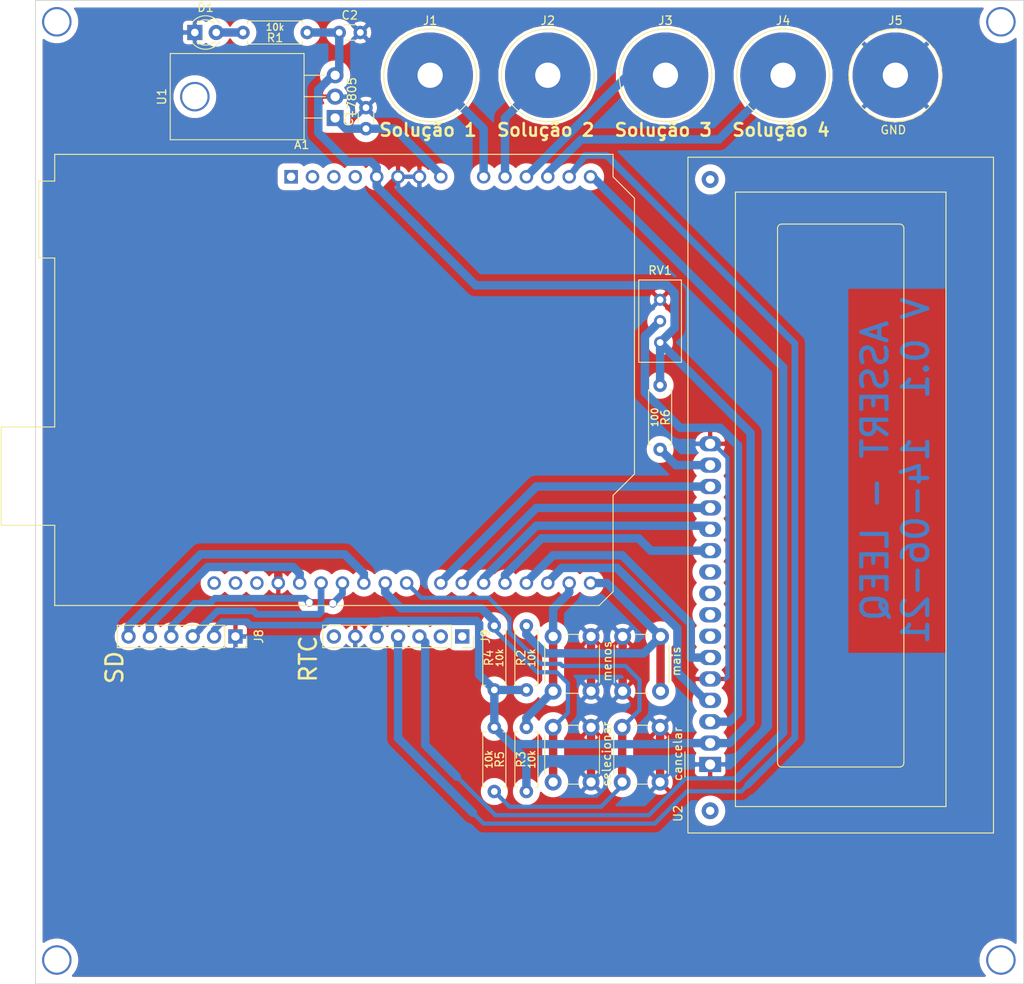
<source format=kicad_pcb>
(kicad_pcb (version 20171130) (host pcbnew "(5.1.9)-1")
  (title_block (title Assert) (date 2021-06-14) (company "PI Automacao"))
  (layers (0 F.Cu signal) (31 B.Cu signal) (34 B.Paste user) (35 F.Paste user) (36 B.SilkS user) (37 F.SilkS user) (38 B.Mask user) (39 F.Mask user) (44 Edge.Cuts user))
  (net 0 "")
  (net 1 /menos)
  (net 2 /mais)
  (net 3 "Net-(A1-Pad30)")
  (net 4 /scl)
  (net 5 GNDREF)
  (net 6 /sda)
  (net 7 /sck)
  (net 8 /s4)
  (net 9 /miso)
  (net 10 /s3)
  (net 11 /mosi)
  (net 12 /s2)
  (net 13 /cs)
  (net 14 /s1)
  (net 15 /selecionar)
  (net 16 /vin)
  (net 17 /cancelar)
  (net 18 /db7)
  (net 19 /db6)
  (net 20 /db5)
  (net 21 "Net-(A1-Pad4)")
  (net 22 /db4)
  (net 23 "Net-(A1-Pad3)")
  (net 24 /rs)
  (net 25 "Net-(A1-Pad2)")
  (net 26 /e)
  (net 27 "Net-(A1-Pad1)")
  (net 28 "Net-(A1-Pad31)")
  (net 29 "Net-(A1-Pad32)")
  (net 30 /5v)
  (net 31 "Net-(D1-Pad2)")
  (net 32 /bat)
  (net 33 /ds)
  (net 34 /sq)
  (net 35 "Net-(R6-Pad2)")
  (net 36 "Net-(RV1-Pad2)")
  (net 37 "Net-(U2-Pad7)")
  (net 38 "Net-(U2-Pad8)")
  (net 39 "Net-(U2-Pad9)")
  (net 40 "Net-(U2-Pad10)")
  (module Display:WC1602A (layer F.Cu) (at 71.477 90.77 90)
    (fp_text reference U2 (at -5.82 -3.81 90) (layer F.SilkS))
    (fp_text value LCD-016N002L)
    (fp_line (start -8.14 33.64) (end 72.14 33.64) (layer F.SilkS) (width 0.12))
    (fp_line (start 72.14 33.64) (end 72.14 -2.64) (layer F.SilkS) (width 0.12))
    (fp_line (start 72.14 -2.64) (end -7.34 -2.64) (layer F.SilkS) (width 0.12))
    (fp_line (start -8.14 -2.64) (end -8.14 33.64) (layer F.SilkS) (width 0.12))
    (fp_line (start -8.13 -2.64) (end -7.34 -2.64) (layer F.SilkS) (width 0.12))
    (fp_line (start -1.5 -3) (end 1.5 -3) (layer F.SilkS) (width 0.12))
    (fp_line (start 0.2 8) (end 63.7 8) (layer F.SilkS) (width 0.12))
    (fp_line (start -0.29972 22.49932) (end -0.29972 8.5) (layer F.SilkS) (width 0.12))
    (fp_line (start 63.70066 23) (end 0.2 23) (layer F.SilkS) (width 0.12))
    (fp_line (start 64.2 8.5) (end 64.2 22.5) (layer F.SilkS) (width 0.12))
    (fp_line (start -5 3) (end 68 3) (layer F.SilkS) (width 0.12))
    (fp_line (start 68 3) (end 68 28) (layer F.SilkS) (width 0.12))
    (fp_line (start 68 28) (end -5 28) (layer F.SilkS) (width 0.12))
    (fp_line (start -5 28) (end -5 3) (layer F.SilkS) (width 0.12))
    (fp_arc (start 0.20066 8.49884) (end -0.29972 8.49884) (angle 90) (layer F.SilkS) (width 0.12))
    (fp_arc (start 0.20066 22.49932) (end 0.20066 22.9997) (angle 90) (layer F.SilkS) (width 0.12))
    (fp_arc (start 63.70066 22.49932) (end 64.20104 22.49932) (angle 90) (layer F.SilkS) (width 0.12))
    (fp_arc (start 63.7 8.5) (end 63.7 8) (angle 90) (layer F.SilkS) (width 0.12))
    (pad "" thru_hole circle (at 69.5 0 90) (size 2 2) (drill 1) (layers *.Cu *.Mask))
    (pad "" thru_hole circle (at -5.4991 0 90) (size 2 2) (drill 1) (layers *.Cu *.Mask))
    (pad 16 thru_hole oval (at 38.1 0 90) (size 1.8 2.6) (drill 1.2) (layers *.Cu *.Mask) (net 5 GNDREF))
    (pad 15 thru_hole oval (at 35.56 0 90) (size 1.8 2.6) (drill 1.2) (layers *.Cu *.Mask) (net 35 "Net-(R6-Pad2)"))
    (pad 14 thru_hole oval (at 33.02 0 90) (size 1.8 2.6) (drill 1.2) (layers *.Cu *.Mask) (net 18 /db7))
    (pad 13 thru_hole oval (at 30.48 0 90) (size 1.8 2.6) (drill 1.2) (layers *.Cu *.Mask) (net 19 /db6))
    (pad 12 thru_hole oval (at 27.94 0 90) (size 1.8 2.6) (drill 1.2) (layers *.Cu *.Mask) (net 20 /db5))
    (pad 11 thru_hole oval (at 25.4 0 90) (size 1.8 2.6) (drill 1.2) (layers *.Cu *.Mask) (net 22 /db4))
    (pad 10 thru_hole oval (at 22.86 0 90) (size 1.8 2.6) (drill 1.2) (layers *.Cu *.Mask) (net 40 "Net-(U2-Pad10)"))
    (pad 9 thru_hole oval (at 20.32 0 90) (size 1.8 2.6) (drill 1.2) (layers *.Cu *.Mask) (net 39 "Net-(U2-Pad9)"))
    (pad 8 thru_hole oval (at 17.78 0 90) (size 1.8 2.6) (drill 1.2) (layers *.Cu *.Mask) (net 38 "Net-(U2-Pad8)"))
    (pad 7 thru_hole oval (at 15.24 0 90) (size 1.8 2.6) (drill 1.2) (layers *.Cu *.Mask) (net 37 "Net-(U2-Pad7)"))
    (pad 6 thru_hole oval (at 12.7 0 90) (size 1.8 2.6) (drill 1.2) (layers *.Cu *.Mask) (net 26 /e))
    (pad 5 thru_hole oval (at 10.16 0 90) (size 1.8 2.6) (drill 1.2) (layers *.Cu *.Mask) (net 5 GNDREF))
    (pad 4 thru_hole oval (at 7.62 0 90) (size 1.8 2.6) (drill 1.2) (layers *.Cu *.Mask) (net 24 /rs))
    (pad 3 thru_hole oval (at 5.08 0 90) (size 1.8 2.6) (drill 1.2) (layers *.Cu *.Mask) (net 36 "Net-(RV1-Pad2)"))
    (pad 2 thru_hole oval (at 2.54 0 90) (size 1.8 2.6) (drill 1.2) (layers *.Cu *.Mask) (net 30 /5v))
    (pad 1 thru_hole rect (at 0 0 90) (size 1.8 2.6) (drill 1.2) (layers *.Cu *.Mask) (net 5 GNDREF))
  )
  (module Module:Arduino_UNO_R3 (layer F.Cu) (at 21.717 20.955)
    (fp_text reference A1 (at 1.27 -3.81 180) (layer F.SilkS))
    (fp_text value Arduino_UNO_R3)
    (fp_line (start 38.23 37.85) (end 40.77 35.31) (layer F.SilkS) (width 0.12))
    (fp_line (start 38.23 49.28) (end 38.23 37.85) (layer F.SilkS) (width 0.12))
    (fp_line (start 36.58 50.93) (end 38.23 49.28) (layer F.SilkS) (width 0.12))
    (fp_line (start -28.07 50.93) (end 36.58 50.93) (layer F.SilkS) (width 0.12))
    (fp_line (start -28.07 41.4) (end -28.07 50.93) (layer F.SilkS) (width 0.12))
    (fp_line (start -34.42 41.4) (end -28.07 41.4) (layer F.SilkS) (width 0.12))
    (fp_line (start -34.42 29.72) (end -34.42 41.4) (layer F.SilkS) (width 0.12))
    (fp_line (start -28.07 29.72) (end -34.42 29.72) (layer F.SilkS) (width 0.12))
    (fp_line (start -28.07 9.65) (end -28.07 29.72) (layer F.SilkS) (width 0.12))
    (fp_line (start -29.97 9.65) (end -28.07 9.65) (layer F.SilkS) (width 0.12))
    (fp_line (start -29.97 0.51) (end -29.97 9.65) (layer F.SilkS) (width 0.12))
    (fp_line (start -28.07 0.51) (end -29.97 0.51) (layer F.SilkS) (width 0.12))
    (fp_line (start -28.07 -2.67) (end -28.07 0.51) (layer F.SilkS) (width 0.12))
    (fp_line (start 38.23 -2.67) (end -28.07 -2.67) (layer F.SilkS) (width 0.12))
    (fp_line (start 38.23 0) (end 38.23 -2.67) (layer F.SilkS) (width 0.12))
    (fp_line (start 40.77 2.54) (end 38.23 0) (layer F.SilkS) (width 0.12))
    (fp_line (start 40.77 35.31) (end 40.77 2.54) (layer F.SilkS) (width 0.12))
    (pad 16 thru_hole circle (at 33.02 48.26 90) (size 1.6 1.6) (drill 1) (layers *.Cu *.Mask) (net 1 /menos))
    (pad 15 thru_hole oval (at 35.56 48.26 90) (size 1.6 1.6) (drill 1) (layers *.Cu *.Mask) (net 2 /mais))
    (pad 30 thru_hole oval (at -4.06 48.26 90) (size 1.6 1.6) (drill 1) (layers *.Cu *.Mask) (net 3 "Net-(A1-Pad30)"))
    (pad 14 thru_hole oval (at 35.56 0 90) (size 1.6 1.6) (drill 1) (layers *.Cu *.Mask) (net 4 /scl))
    (pad 29 thru_hole oval (at -1.52 48.26 90) (size 1.6 1.6) (drill 1) (layers *.Cu *.Mask) (net 5 GNDREF))
    (pad 13 thru_hole oval (at 33.02 0 90) (size 1.6 1.6) (drill 1) (layers *.Cu *.Mask) (net 6 /sda))
    (pad 28 thru_hole oval (at 1.02 48.26 90) (size 1.6 1.6) (drill 1) (layers *.Cu *.Mask) (net 7 /sck))
    (pad 12 thru_hole oval (at 30.48 0 90) (size 1.6 1.6) (drill 1) (layers *.Cu *.Mask) (net 8 /s4))
    (pad 27 thru_hole oval (at 3.56 48.26 90) (size 1.6 1.6) (drill 1) (layers *.Cu *.Mask) (net 9 /miso))
    (pad 11 thru_hole oval (at 27.94 0 90) (size 1.6 1.6) (drill 1) (layers *.Cu *.Mask) (net 10 /s3))
    (pad 26 thru_hole oval (at 6.1 48.26 90) (size 1.6 1.6) (drill 1) (layers *.Cu *.Mask) (net 11 /mosi))
    (pad 10 thru_hole oval (at 25.4 0 90) (size 1.6 1.6) (drill 1) (layers *.Cu *.Mask) (net 12 /s2))
    (pad 25 thru_hole oval (at 8.64 48.26 90) (size 1.6 1.6) (drill 1) (layers *.Cu *.Mask) (net 13 /cs))
    (pad 9 thru_hole oval (at 22.86 0 90) (size 1.6 1.6) (drill 1) (layers *.Cu *.Mask) (net 14 /s1))
    (pad 24 thru_hole oval (at 11.18 48.26 90) (size 1.6 1.6) (drill 1) (layers *.Cu *.Mask) (net 15 /selecionar))
    (pad 8 thru_hole oval (at 17.78 0 90) (size 1.6 1.6) (drill 1) (layers *.Cu *.Mask) (net 16 /vin))
    (pad 23 thru_hole oval (at 13.72 48.26 90) (size 1.6 1.6) (drill 1) (layers *.Cu *.Mask) (net 17 /cancelar))
    (pad 7 thru_hole oval (at 15.24 0 90) (size 1.6 1.6) (drill 1) (layers *.Cu *.Mask) (net 5 GNDREF))
    (pad 22 thru_hole oval (at 17.78 48.26 90) (size 1.6 1.6) (drill 1) (layers *.Cu *.Mask) (net 18 /db7))
    (pad 6 thru_hole oval (at 12.7 0 90) (size 1.6 1.6) (drill 1) (layers *.Cu *.Mask) (net 5 GNDREF))
    (pad 21 thru_hole oval (at 20.32 48.26 90) (size 1.6 1.6) (drill 1) (layers *.Cu *.Mask) (net 19 /db6))
    (pad 5 thru_hole oval (at 10.16 0 90) (size 1.6 1.6) (drill 1) (layers *.Cu *.Mask) (net 30 /5v))
    (pad 20 thru_hole oval (at 22.86 48.26 90) (size 1.6 1.6) (drill 1) (layers *.Cu *.Mask) (net 20 /db5))
    (pad 4 thru_hole oval (at 7.62 0 90) (size 1.6 1.6) (drill 1) (layers *.Cu *.Mask) (net 21 "Net-(A1-Pad4)"))
    (pad 19 thru_hole oval (at 25.4 48.26 90) (size 1.6 1.6) (drill 1) (layers *.Cu *.Mask) (net 22 /db4))
    (pad 3 thru_hole oval (at 5.08 0 90) (size 1.6 1.6) (drill 1) (layers *.Cu *.Mask) (net 23 "Net-(A1-Pad3)"))
    (pad 18 thru_hole oval (at 27.94 48.26 90) (size 1.6 1.6) (drill 1) (layers *.Cu *.Mask) (net 26 /e))
    (pad 2 thru_hole oval (at 2.54 0 90) (size 1.6 1.6) (drill 1) (layers *.Cu *.Mask) (net 25 "Net-(A1-Pad2)"))
    (pad 17 thru_hole oval (at 30.48 48.26 90) (size 1.6 1.6) (drill 1) (layers *.Cu *.Mask) (net 24 /rs))
    (pad 1 thru_hole rect (at 0 0 90) (size 1.6 1.6) (drill 1) (layers *.Cu *.Mask) (net 27 "Net-(A1-Pad1)"))
    (pad 31 thru_hole oval (at -6.6 48.26 90) (size 1.6 1.6) (drill 1) (layers *.Cu *.Mask) (net 28 "Net-(A1-Pad31)"))
    (pad 32 thru_hole oval (at -9.14 48.26 90) (size 1.6 1.6) (drill 1) (layers *.Cu *.Mask) (net 29 "Net-(A1-Pad32)"))
  )
  (module Connector:Banana_Jack_1Pin (layer F.Cu) (at 93.472 8.89)
    (fp_text reference J5 (at 0 -6.5) (layer F.SilkS))
    (fp_text value GND (at -0.25 6.5) (layer F.SilkS))
    (fp_circle (center 0 0) (end 5.5 0) (layer F.SilkS) (width 0.12))
    (pad 1 thru_hole circle (at 0 0) (size 10.16 10.16) (drill 3) (layers *.Cu *.Mask) (net 5 GNDREF))
  )
  (module Connector:Banana_Jack_1Pin (layer F.Cu) (at 80.137 8.89)
    (fp_text reference J4 (at 0 -6.5) (layer F.SilkS))
    (fp_text value "Solução 4" (at -0.25 6.5) (layer F.SilkS) (effects (font (size 1.5 1.5) (thickness 0.3))))
    (fp_circle (center 0 0) (end 5.5 0) (layer F.SilkS) (width 0.12))
    (pad 1 thru_hole circle (at 0 0) (size 10.16 10.16) (drill 3) (layers *.Cu *.Mask) (net 8 /s4))
  )
  (module Connector_PinSocket_2.54mm:PinSocket_1x07_P2.54mm_Vertical (layer F.Cu) (at 42.037 75.565 270)
    (fp_text reference J9 (at 0 -2.77 90) (layer F.SilkS))
    (fp_text value RTC (at 2.667 18.288 90) (layer F.SilkS) (effects (font (size 2 2) (thickness 0.3))))
    (fp_line (start 0 -1.33) (end 1.33 -1.33) (layer F.SilkS) (width 0.12))
    (fp_line (start 1.33 -1.33) (end 1.33 0) (layer F.SilkS) (width 0.12))
    (fp_line (start 1.33 1.27) (end 1.33 16.57) (layer F.SilkS) (width 0.12))
    (fp_line (start -1.33 16.57) (end 1.33 16.57) (layer F.SilkS) (width 0.12))
    (fp_line (start -1.33 1.27) (end -1.33 16.57) (layer F.SilkS) (width 0.12))
    (fp_line (start -1.33 1.27) (end 1.33 1.27) (layer F.SilkS) (width 0.12))
    (pad 7 thru_hole oval (at 0 15.24 270) (size 1.7 1.7) (drill 1) (layers *.Cu *.Mask) (net 32 /bat))
    (pad 6 thru_hole oval (at 0 12.7 270) (size 1.7 1.7) (drill 1) (layers *.Cu *.Mask) (net 5 GNDREF))
    (pad 5 thru_hole oval (at 0 10.16 270) (size 1.7 1.7) (drill 1) (layers *.Cu *.Mask) (net 30 /5v))
    (pad 4 thru_hole oval (at 0 7.62 270) (size 1.7 1.7) (drill 1) (layers *.Cu *.Mask) (net 6 /sda))
    (pad 3 thru_hole oval (at 0 5.08 270) (size 1.7 1.7) (drill 1) (layers *.Cu *.Mask) (net 4 /scl))
    (pad 2 thru_hole oval (at 0 2.54 270) (size 1.7 1.7) (drill 1) (layers *.Cu *.Mask) (net 33 /ds))
    (pad 1 thru_hole rect (at 0 0 270) (size 1.7 1.7) (drill 1) (layers *.Cu *.Mask) (net 34 /sq))
  )
  (module Package_TO_SOT_THT:TO-220-3_Horizontal_TabDown (layer F.Cu) (at 26.947 13.97 90)
    (fp_text reference U1 (at 2.54 -20.58 90) (layer F.SilkS))
    (fp_text value L7805 (at 2.54 2 90) (layer F.SilkS))
    (fp_line (start -2.58 -3.69) (end 7.66 -3.69) (layer F.SilkS) (width 0.12))
    (fp_line (start -2.58 -19.58) (end 7.66 -19.58) (layer F.SilkS) (width 0.12))
    (fp_line (start -2.58 -19.58) (end -2.58 -3.69) (layer F.SilkS) (width 0.12))
    (fp_line (start 7.66 -19.58) (end 7.66 -3.69) (layer F.SilkS) (width 0.12))
    (fp_line (start 0 -3.69) (end 0 -1.15) (layer F.SilkS) (width 0.12))
    (fp_line (start 2.54 -3.69) (end 2.54 -1.15) (layer F.SilkS) (width 0.12))
    (fp_line (start 5.08 -3.69) (end 5.08 -1.15) (layer F.SilkS) (width 0.12))
    (pad 3 thru_hole oval (at 5.08 0 90) (size 1.905 2) (drill 1.1) (layers *.Cu *.Mask) (net 30 /5v))
    (pad 2 thru_hole oval (at 2.54 0 90) (size 1.905 2) (drill 1.1) (layers *.Cu *.Mask) (net 5 GNDREF))
    (pad 1 thru_hole rect (at 0 0 90) (size 1.905 2) (drill 1.1) (layers *.Cu *.Mask) (net 16 /vin))
    (pad "" np_thru_hole oval (at 2.54 -16.66 90) (size 3.5 3.5) (drill 3) (layers *.Cu *.Mask))
  )
  (module Button_Switch_THT:SW_PUSH_6mm (layer F.Cu) (at 61.032 92.86 90)
    (fp_text reference SW4 hide)
    (fp_text value cancelar (at 3.34 6.5955 90) (layer F.SilkS))
    (fp_line (start 6.75 3) (end 6.75 1.5) (layer F.SilkS) (width 0.12))
    (fp_line (start 5.5 -1) (end 1 -1) (layer F.SilkS) (width 0.12))
    (fp_line (start -0.25 1.5) (end -0.25 3) (layer F.SilkS) (width 0.12))
    (fp_line (start 1 5.5) (end 5.5 5.5) (layer F.SilkS) (width 0.12))
    (pad 1 thru_hole circle (at 6.5 0 180) (size 2 2) (drill 1.1) (layers *.Cu *.Mask) (net 17 /cancelar))
    (pad 2 thru_hole circle (at 6.5 4.5 180) (size 2 2) (drill 1.1) (layers *.Cu *.Mask) (net 5 GNDREF))
    (pad 1 thru_hole circle (at 0 0 180) (size 2 2) (drill 1.1) (layers *.Cu *.Mask) (net 17 /cancelar))
    (pad 2 thru_hole circle (at 0 4.5 180) (size 2 2) (drill 1.1) (layers *.Cu *.Mask) (net 5 GNDREF))
  )
  (module Button_Switch_THT:SW_PUSH_6mm (layer F.Cu) (at 52.832 92.86 90)
    (fp_text reference SW3 hide)
    (fp_text value selecionar (at 3.34 6.35 90) (layer F.SilkS))
    (fp_line (start 6.75 3) (end 6.75 1.5) (layer F.SilkS) (width 0.12))
    (fp_line (start 5.5 -1) (end 1 -1) (layer F.SilkS) (width 0.12))
    (fp_line (start -0.25 1.5) (end -0.25 3) (layer F.SilkS) (width 0.12))
    (fp_line (start 1 5.5) (end 5.5 5.5) (layer F.SilkS) (width 0.12))
    (pad 1 thru_hole circle (at 6.5 0 180) (size 2 2) (drill 1.1) (layers *.Cu *.Mask) (net 15 /selecionar))
    (pad 2 thru_hole circle (at 6.5 4.5 180) (size 2 2) (drill 1.1) (layers *.Cu *.Mask) (net 5 GNDREF))
    (pad 1 thru_hole circle (at 0 0 180) (size 2 2) (drill 1.1) (layers *.Cu *.Mask) (net 15 /selecionar))
    (pad 2 thru_hole circle (at 0 4.5 180) (size 2 2) (drill 1.1) (layers *.Cu *.Mask) (net 5 GNDREF))
  )
  (module Button_Switch_THT:SW_PUSH_6mm (layer F.Cu) (at 52.832 82.065 90)
    (fp_text reference SW2 hide)
    (fp_text value menos (at 3.545 6.4135 90) (layer F.SilkS))
    (fp_line (start 6.75 3) (end 6.75 1.5) (layer F.SilkS) (width 0.12))
    (fp_line (start 5.5 -1) (end 1 -1) (layer F.SilkS) (width 0.12))
    (fp_line (start -0.25 1.5) (end -0.25 3) (layer F.SilkS) (width 0.12))
    (fp_line (start 1 5.5) (end 5.5 5.5) (layer F.SilkS) (width 0.12))
    (pad 1 thru_hole circle (at 6.5 0 180) (size 2 2) (drill 1.1) (layers *.Cu *.Mask) (net 1 /menos))
    (pad 2 thru_hole circle (at 6.5 4.5 180) (size 2 2) (drill 1.1) (layers *.Cu *.Mask) (net 5 GNDREF))
    (pad 1 thru_hole circle (at 0 0 180) (size 2 2) (drill 1.1) (layers *.Cu *.Mask) (net 1 /menos))
    (pad 2 thru_hole circle (at 0 4.5 180) (size 2 2) (drill 1.1) (layers *.Cu *.Mask) (net 5 GNDREF))
  )
  (module Button_Switch_THT:SW_PUSH_6mm (layer F.Cu) (at 65.587 75.565 270)
    (fp_text reference SW1 hide)
    (fp_text value mais (at 2.955 -1.85 90) (layer F.SilkS))
    (fp_line (start 6.75 3) (end 6.75 1.5) (layer F.SilkS) (width 0.12))
    (fp_line (start 5.5 -1) (end 1 -1) (layer F.SilkS) (width 0.12))
    (fp_line (start -0.25 1.5) (end -0.25 3) (layer F.SilkS) (width 0.12))
    (fp_line (start 1 5.5) (end 5.5 5.5) (layer F.SilkS) (width 0.12))
    (pad 1 thru_hole circle (at 6.5 0) (size 2 2) (drill 1.1) (layers *.Cu *.Mask) (net 2 /mais))
    (pad 2 thru_hole circle (at 6.5 4.5) (size 2 2) (drill 1.1) (layers *.Cu *.Mask) (net 5 GNDREF))
    (pad 1 thru_hole circle (at 0 0) (size 2 2) (drill 1.1) (layers *.Cu *.Mask) (net 2 /mais))
    (pad 2 thru_hole circle (at 0 4.5) (size 2 2) (drill 1.1) (layers *.Cu *.Mask) (net 5 GNDREF))
  )
  (module Potentiometer_THT:Potentiometer_Bourns_3386C_Horizontal (layer F.Cu) (at 65.532 35.56)
    (fp_text reference RV1 (at 0 -3.475) (layer F.SilkS))
    (fp_text value 10k)
    (fp_line (start -2.535 -2.345) (end -2.535 7.425) (layer F.SilkS) (width 0.12))
    (fp_line (start 2.535 -2.345) (end 2.535 7.425) (layer F.SilkS) (width 0.12))
    (fp_line (start -2.535 7.425) (end 2.535 7.425) (layer F.SilkS) (width 0.12))
    (fp_line (start -2.535 -2.345) (end 2.535 -2.345) (layer F.SilkS) (width 0.12))
    (pad 1 thru_hole circle (at 0 0) (size 1.44 1.44) (drill 0.8) (layers *.Cu *.Mask) (net 5 GNDREF))
    (pad 2 thru_hole circle (at 0 2.54) (size 1.44 1.44) (drill 0.8) (layers *.Cu *.Mask) (net 36 "Net-(RV1-Pad2)"))
    (pad 3 thru_hole circle (at 0 5.08) (size 1.44 1.44) (drill 0.8) (layers *.Cu *.Mask) (net 30 /5v))
  )
  (module Resistor_THT:R_Axial_DIN0207_L6.3mm_D2.5mm_P7.62mm_Horizontal (layer F.Cu) (at 65.532 45.72 270)
    (fp_text reference R6 (at 3.81 -0.635 90) (layer F.SilkS))
    (fp_text value 100 (at 3.81 0.635 90) (layer F.SilkS) (effects (font (size 0.8 0.8))))
    (fp_line (start 7.08 1.37) (end 7.08 1.04) (layer F.SilkS) (width 0.12))
    (fp_line (start 0.54 1.37) (end 7.08 1.37) (layer F.SilkS) (width 0.12))
    (fp_line (start 0.54 1.04) (end 0.54 1.37) (layer F.SilkS) (width 0.12))
    (fp_line (start 7.08 -1.37) (end 7.08 -1.04) (layer F.SilkS) (width 0.12))
    (fp_line (start 0.54 -1.37) (end 7.08 -1.37) (layer F.SilkS) (width 0.12))
    (fp_line (start 0.54 -1.04) (end 0.54 -1.37) (layer F.SilkS) (width 0.12))
    (pad 2 thru_hole oval (at 7.62 0 270) (size 1.6 1.6) (drill 0.8) (layers *.Cu *.Mask) (net 35 "Net-(R6-Pad2)"))
    (pad 1 thru_hole circle (at 0 0 270) (size 1.6 1.6) (drill 0.8) (layers *.Cu *.Mask) (net 30 /5v))
  )
  (module Resistor_THT:R_Axial_DIN0207_L6.3mm_D2.5mm_P7.62mm_Horizontal (layer F.Cu) (at 45.847 86.36 270)
    (fp_text reference R5 (at 3.81 -0.635 90) (layer F.SilkS))
    (fp_text value 10k (at 3.81 0.635 90) (layer F.SilkS) (effects (font (size 0.8 0.8))))
    (fp_line (start 7.08 1.37) (end 7.08 1.04) (layer F.SilkS) (width 0.12))
    (fp_line (start 0.54 1.37) (end 7.08 1.37) (layer F.SilkS) (width 0.12))
    (fp_line (start 0.54 1.04) (end 0.54 1.37) (layer F.SilkS) (width 0.12))
    (fp_line (start 7.08 -1.37) (end 7.08 -1.04) (layer F.SilkS) (width 0.12))
    (fp_line (start 0.54 -1.37) (end 7.08 -1.37) (layer F.SilkS) (width 0.12))
    (fp_line (start 0.54 -1.04) (end 0.54 -1.37) (layer F.SilkS) (width 0.12))
    (pad 2 thru_hole oval (at 7.62 0 270) (size 1.6 1.6) (drill 0.8) (layers *.Cu *.Mask) (net 17 /cancelar))
    (pad 1 thru_hole circle (at 0 0 270) (size 1.6 1.6) (drill 0.8) (layers *.Cu *.Mask) (net 30 /5v))
  )
  (module Resistor_THT:R_Axial_DIN0207_L6.3mm_D2.5mm_P7.62mm_Horizontal (layer F.Cu) (at 45.847 81.915 90)
    (fp_text reference R4 (at 3.81 -0.635 90) (layer F.SilkS))
    (fp_text value 10k (at 3.81 0.635 90) (layer F.SilkS) (effects (font (size 0.8 0.8))))
    (fp_line (start 7.08 1.37) (end 7.08 1.04) (layer F.SilkS) (width 0.12))
    (fp_line (start 0.54 1.37) (end 7.08 1.37) (layer F.SilkS) (width 0.12))
    (fp_line (start 0.54 1.04) (end 0.54 1.37) (layer F.SilkS) (width 0.12))
    (fp_line (start 7.08 -1.37) (end 7.08 -1.04) (layer F.SilkS) (width 0.12))
    (fp_line (start 0.54 -1.37) (end 7.08 -1.37) (layer F.SilkS) (width 0.12))
    (fp_line (start 0.54 -1.04) (end 0.54 -1.37) (layer F.SilkS) (width 0.12))
    (pad 2 thru_hole oval (at 7.62 0 90) (size 1.6 1.6) (drill 0.8) (layers *.Cu *.Mask) (net 15 /selecionar))
    (pad 1 thru_hole circle (at 0 0 90) (size 1.6 1.6) (drill 0.8) (layers *.Cu *.Mask) (net 30 /5v))
  )
  (module Resistor_THT:R_Axial_DIN0207_L6.3mm_D2.5mm_P7.62mm_Horizontal (layer F.Cu) (at 49.657 93.98 90)
    (fp_text reference R3 (at 3.81 -0.635 90) (layer F.SilkS))
    (fp_text value 10k (at 3.81 0.635 90) (layer F.SilkS) (effects (font (size 0.8 0.8))))
    (fp_line (start 7.08 1.37) (end 7.08 1.04) (layer F.SilkS) (width 0.12))
    (fp_line (start 0.54 1.37) (end 7.08 1.37) (layer F.SilkS) (width 0.12))
    (fp_line (start 0.54 1.04) (end 0.54 1.37) (layer F.SilkS) (width 0.12))
    (fp_line (start 7.08 -1.37) (end 7.08 -1.04) (layer F.SilkS) (width 0.12))
    (fp_line (start 0.54 -1.37) (end 7.08 -1.37) (layer F.SilkS) (width 0.12))
    (fp_line (start 0.54 -1.04) (end 0.54 -1.37) (layer F.SilkS) (width 0.12))
    (pad 2 thru_hole oval (at 7.62 0 90) (size 1.6 1.6) (drill 0.8) (layers *.Cu *.Mask) (net 1 /menos))
    (pad 1 thru_hole circle (at 0 0 90) (size 1.6 1.6) (drill 0.8) (layers *.Cu *.Mask) (net 30 /5v))
  )
  (module Resistor_THT:R_Axial_DIN0207_L6.3mm_D2.5mm_P7.62mm_Horizontal (layer F.Cu) (at 49.657 81.915 90)
    (fp_text reference R2 (at 3.81 -0.635 90) (layer F.SilkS))
    (fp_text value 10k (at 3.81 0.635 90) (layer F.SilkS) (effects (font (size 0.8 0.8))))
    (fp_line (start 7.08 1.37) (end 7.08 1.04) (layer F.SilkS) (width 0.12))
    (fp_line (start 0.54 1.37) (end 7.08 1.37) (layer F.SilkS) (width 0.12))
    (fp_line (start 0.54 1.04) (end 0.54 1.37) (layer F.SilkS) (width 0.12))
    (fp_line (start 7.08 -1.37) (end 7.08 -1.04) (layer F.SilkS) (width 0.12))
    (fp_line (start 0.54 -1.37) (end 7.08 -1.37) (layer F.SilkS) (width 0.12))
    (fp_line (start 0.54 -1.04) (end 0.54 -1.37) (layer F.SilkS) (width 0.12))
    (pad 2 thru_hole oval (at 7.62 0 90) (size 1.6 1.6) (drill 0.8) (layers *.Cu *.Mask) (net 2 /mais))
    (pad 1 thru_hole circle (at 0 0 90) (size 1.6 1.6) (drill 0.8) (layers *.Cu *.Mask) (net 30 /5v))
  )
  (module Resistor_THT:R_Axial_DIN0207_L6.3mm_D2.5mm_P7.62mm_Horizontal (layer F.Cu) (at 23.622 3.81 180)
    (fp_text reference R1 (at 3.81 -0.635) (layer F.SilkS))
    (fp_text value 10k (at 3.81 0.635) (layer F.SilkS) (effects (font (size 0.8 0.8))))
    (fp_line (start 7.08 1.37) (end 7.08 1.04) (layer F.SilkS) (width 0.12))
    (fp_line (start 0.54 1.37) (end 7.08 1.37) (layer F.SilkS) (width 0.12))
    (fp_line (start 0.54 1.04) (end 0.54 1.37) (layer F.SilkS) (width 0.12))
    (fp_line (start 7.08 -1.37) (end 7.08 -1.04) (layer F.SilkS) (width 0.12))
    (fp_line (start 0.54 -1.37) (end 7.08 -1.37) (layer F.SilkS) (width 0.12))
    (fp_line (start 0.54 -1.04) (end 0.54 -1.37) (layer F.SilkS) (width 0.12))
    (pad 2 thru_hole oval (at 7.62 0 180) (size 1.6 1.6) (drill 0.8) (layers *.Cu *.Mask) (net 31 "Net-(D1-Pad2)"))
    (pad 1 thru_hole circle (at 0 0 180) (size 1.6 1.6) (drill 0.8) (layers *.Cu *.Mask) (net 30 /5v))
  )
  (module Connector_PinSocket_2.54mm:PinSocket_1x06_P2.54mm_Vertical (layer F.Cu) (at 15.113 75.565 270)
    (fp_text reference J8 (at 0 -2.77 90) (layer F.SilkS))
    (fp_text value SD (at 3.683 14.351 90) (layer F.SilkS) (effects (font (size 2 2) (thickness 0.3))))
    (fp_line (start 0 -1.33) (end 1.33 -1.33) (layer F.SilkS) (width 0.12))
    (fp_line (start 1.33 -1.33) (end 1.33 0) (layer F.SilkS) (width 0.12))
    (fp_line (start 1.33 1.27) (end 1.33 14.03) (layer F.SilkS) (width 0.12))
    (fp_line (start -1.33 14.03) (end 1.33 14.03) (layer F.SilkS) (width 0.12))
    (fp_line (start -1.33 1.27) (end -1.33 14.03) (layer F.SilkS) (width 0.12))
    (fp_line (start -1.33 1.27) (end 1.33 1.27) (layer F.SilkS) (width 0.12))
    (pad 6 thru_hole oval (at 0 12.7 270) (size 1.7 1.7) (drill 1) (layers *.Cu *.Mask) (net 13 /cs))
    (pad 5 thru_hole oval (at 0 10.16 270) (size 1.7 1.7) (drill 1) (layers *.Cu *.Mask) (net 7 /sck))
    (pad 4 thru_hole oval (at 0 7.62 270) (size 1.7 1.7) (drill 1) (layers *.Cu *.Mask) (net 11 /mosi))
    (pad 3 thru_hole oval (at 0 5.08 270) (size 1.7 1.7) (drill 1) (layers *.Cu *.Mask) (net 9 /miso))
    (pad 2 thru_hole oval (at 0 2.54 270) (size 1.7 1.7) (drill 1) (layers *.Cu *.Mask) (net 30 /5v))
    (pad 1 thru_hole rect (at 0 0 270) (size 1.7 1.7) (drill 1) (layers *.Cu *.Mask) (net 5 GNDREF))
  )
  (module Connector:Banana_Jack_1Pin (layer F.Cu) (at 66.167 8.89)
    (fp_text reference J3 (at 0 -6.5) (layer F.SilkS))
    (fp_text value "Solução 3" (at -0.25 6.5) (layer F.SilkS) (effects (font (size 1.5 1.5) (thickness 0.3))))
    (fp_circle (center 0 0) (end 5.5 0) (layer F.SilkS) (width 0.12))
    (pad 1 thru_hole circle (at 0 0) (size 10.16 10.16) (drill 3) (layers *.Cu *.Mask) (net 10 /s3))
  )
  (module Connector:Banana_Jack_1Pin (layer F.Cu) (at 52.197 8.89)
    (fp_text reference J2 (at 0 -6.5) (layer F.SilkS))
    (fp_text value "Solução 2" (at -0.25 6.5) (layer F.SilkS) (effects (font (size 1.5 1.5) (thickness 0.3))))
    (fp_circle (center 0 0) (end 5.5 0) (layer F.SilkS) (width 0.12))
    (pad 1 thru_hole circle (at 0 0) (size 10.16 10.16) (drill 3) (layers *.Cu *.Mask) (net 12 /s2))
  )
  (module Connector:Banana_Jack_1Pin (layer F.Cu) (at 38.227 8.89)
    (fp_text reference J1 (at 0 -6.5) (layer F.SilkS))
    (fp_text value "Solução 1" (at -0.25 6.5) (layer F.SilkS) (effects (font (size 1.5 1.5) (thickness 0.3))))
    (fp_circle (center 0 0) (end 5.5 0) (layer F.SilkS) (width 0.12))
    (pad 1 thru_hole circle (at 0 0) (size 10.16 10.16) (drill 3) (layers *.Cu *.Mask) (net 14 /s1))
  )
  (module LED_THT:LED_D3.0mm (layer F.Cu) (at 10.287 3.81)
    (fp_text reference D1 (at 1.27 -2.96) (layer F.SilkS))
    (fp_text value LED_Small)
    (fp_line (start -0.29 1.08) (end -0.29 1.236) (layer F.SilkS) (width 0.12))
    (fp_line (start -0.29 -1.236) (end -0.29 -1.08) (layer F.SilkS) (width 0.12))
    (fp_arc (start 1.27 0) (end 0.229039 1.08) (angle -87.9) (layer F.SilkS) (width 0.12))
    (fp_arc (start 1.27 0) (end 0.229039 -1.08) (angle 87.9) (layer F.SilkS) (width 0.12))
    (fp_arc (start 1.27 0) (end -0.29 1.235516) (angle -108.8) (layer F.SilkS) (width 0.12))
    (fp_arc (start 1.27 0) (end -0.29 -1.235516) (angle 108.8) (layer F.SilkS) (width 0.12))
    (pad 2 thru_hole circle (at 2.54 0) (size 1.8 1.8) (drill 0.9) (layers *.Cu *.Mask) (net 31 "Net-(D1-Pad2)"))
    (pad 1 thru_hole rect (at 0 0) (size 1.8 1.8) (drill 0.9) (layers *.Cu *.Mask) (net 5 GNDREF))
  )
  (module Capacitor_THT:C_Disc_D3.0mm_W1.6mm_P2.50mm (layer F.Cu) (at 27.432 3.81)
    (fp_text reference C2 (at 1.25 -2.05 180) (layer F.SilkS))
    (fp_text value 0.1uF)
    (fp_line (start 0.621 0.92) (end 1.879 0.92) (layer F.SilkS) (width 0.12))
    (fp_line (start 0.621 -0.92) (end 1.879 -0.92) (layer F.SilkS) (width 0.12))
    (pad 2 thru_hole circle (at 2.5 0) (size 1.6 1.6) (drill 0.8) (layers *.Cu *.Mask) (net 5 GNDREF))
    (pad 1 thru_hole circle (at 0 0) (size 1.6 1.6) (drill 0.8) (layers *.Cu *.Mask) (net 30 /5v))
  )
  (module Capacitor_THT:C_Disc_D3.0mm_W1.6mm_P2.50mm (layer F.Cu) (at 30.607 15.24 90)
    (fp_text reference C1 (at 1.25 -2.05 270) (layer F.SilkS))
    (fp_text value 0.33uF)
    (fp_line (start 0.621 0.92) (end 1.879 0.92) (layer F.SilkS) (width 0.12))
    (fp_line (start 0.621 -0.92) (end 1.879 -0.92) (layer F.SilkS) (width 0.12))
    (pad 2 thru_hole circle (at 2.5 0 90) (size 1.6 1.6) (drill 0.8) (layers *.Cu *.Mask) (net 5 GNDREF))
    (pad 1 thru_hole circle (at 0 0 90) (size 1.6 1.6) (drill 0.8) (layers *.Cu *.Mask) (net 16 /vin))
  )
  (gr_text "ASSERT - LEEQ\nV 0.1  14-06-21" (at 93.472 55.88 90) (layer B.Cu) (effects (font (size 3 3) (thickness 0.5)) (justify mirror)))
  (gr_line (start 108.712 0) (end -8.636 0) (layer Edge.Cuts) (width 0.1))
  (gr_line (start 108.712 116.84) (end 108.712 0) (layer Edge.Cuts) (width 0.1))
  (gr_line (start -8.636 116.84) (end 108.712 116.84) (layer Edge.Cuts) (width 0.1))
  (gr_line (start -8.636 0) (end -8.636 116.84) (layer Edge.Cuts) (width 0.1))
  (via (at -6.1 114) (size 3.5) (drill 3) (layers F.Cu B.Cu) (net 0))
  (via (at 106 114) (size 3.5) (drill 3) (layers F.Cu B.Cu) (net 0))
  (via (at -6.1 2.54) (size 3.5) (drill 3) (layers F.Cu B.Cu) (net 0))
  (via (at 106 2.54) (size 3.5) (drill 3) (layers F.Cu B.Cu) (net 0))
  (segment (start 52.832 75.565) (end 52.832 82.065) (width 1) (layer F.Cu) (net 1))
  (segment (start 54.737 70.34637) (end 54.737 69.215) (width 1) (layer B.Cu) (net 1))
  (segment (start 52.832 75.565) (end 52.832 72.25137) (width 1) (layer B.Cu) (net 1))
  (segment (start 52.832 72.25137) (end 54.737 70.34637) (width 1) (layer B.Cu) (net 1))
  (segment (start 49.657 85.24) (end 52.832 82.065) (width 1) (layer B.Cu) (net 1))
  (segment (start 49.657 86.36) (end 49.657 85.24) (width 1) (layer B.Cu) (net 1))
  (segment (start 65.587 82.065) (end 65.587 75.565) (width 1) (layer F.Cu) (net 2))
  (segment (start 59.237 69.215) (end 57.277 69.215) (width 1) (layer B.Cu) (net 2))
  (segment (start 65.587 75.565) (end 59.237 69.215) (width 1) (layer B.Cu) (net 2))
  (segment (start 63.586999 77.565001) (end 65.587 75.565) (width 1) (layer B.Cu) (net 2))
  (segment (start 51.873335 77.565001) (end 63.586999 77.565001) (width 1) (layer B.Cu) (net 2))
  (segment (start 49.657 74.295) (end 49.657 75.348666) (width 1) (layer B.Cu) (net 2))
  (segment (start 49.657 75.348666) (end 51.873335 77.565001) (width 1) (layer B.Cu) (net 2))
  (segment (start 57.512653 20.955) (end 57.277 20.955) (width 0.5) (layer B.Cu) (net 4))
  (segment (start 80.137 43.579347) (end 57.512653 20.955) (width 1) (layer B.Cu) (net 4))
  (segment (start 74.711999 92.420001) (end 80.137 86.995) (width 1) (layer B.Cu) (net 4))
  (segment (start 80.137 86.995) (end 80.137 43.579347) (width 1) (layer B.Cu) (net 4))
  (segment (start 45.97276 96.789989) (end 64.192013 96.789989) (width 0.5) (layer B.Cu) (net 4))
  (segment (start 64.192013 96.789989) (end 68.562001 92.420001) (width 0.5) (layer B.Cu) (net 4))
  (segment (start 68.562001 92.420001) (end 74.711999 92.420001) (width 0.5) (layer B.Cu) (net 4))
  (segment (start 45.97276 96.789989) (end 41.402 92.219229) (width 0.5) (layer B.Cu) (net 4))
  (segment (start 37.646999 76.254999) (end 36.957 75.565) (width 1) (layer B.Cu) (net 4))
  (segment (start 37.646999 88.464228) (end 37.646999 76.254999) (width 1) (layer B.Cu) (net 4))
  (segment (start 41.402 92.219229) (end 37.646999 88.464228) (width 1) (layer B.Cu) (net 4))
  (segment (start 57.332 75.565) (end 57.332 82.065) (width 1) (layer F.Cu) (net 5))
  (segment (start 61.087 82.065) (end 61.087 75.565) (width 1) (layer F.Cu) (net 5))
  (segment (start 34.417 21.079002) (end 34.417 20.955) (width 1) (layer F.Cu) (net 5))
  (segment (start 20.197 35.299002) (end 34.417 21.079002) (width 1) (layer F.Cu) (net 5))
  (segment (start 20.197 69.215) (end 20.197 35.299002) (width 1) (layer F.Cu) (net 5))
  (segment (start 65.532 86.36) (end 65.532 92.86) (width 1) (layer F.Cu) (net 5))
  (segment (start 57.332 86.36) (end 57.332 92.86) (width 1) (layer F.Cu) (net 5))
  (segment (start 73.52701 80.35999) (end 73.277 80.61) (width 0.5) (layer B.Cu) (net 5))
  (segment (start 73.52701 54.32001) (end 73.52701 80.35999) (width 0.5) (layer B.Cu) (net 5))
  (segment (start 71.877 52.67) (end 73.52701 54.32001) (width 0.5) (layer B.Cu) (net 5))
  (segment (start 71.477 52.67) (end 71.877 52.67) (width 0.5) (layer B.Cu) (net 5))
  (segment (start 34.417 87.63) (end 34.417 75.565) (width 1) (layer B.Cu) (net 6))
  (segment (start 43.307 96.52) (end 34.417 87.63) (width 1) (layer B.Cu) (net 6))
  (segment (start 44.577 97.79) (end 43.307 96.52) (width 0.5) (layer B.Cu) (net 6))
  (segment (start 64.897 97.79) (end 44.577 97.79) (width 0.5) (layer B.Cu) (net 6))
  (segment (start 56.642 18.415) (end 54.737 20.955) (width 0.8) (layer B.Cu) (net 6))
  (segment (start 59.182 18.415) (end 56.642 18.415) (width 0.8) (layer B.Cu) (net 6))
  (segment (start 81.53701 40.77001) (end 59.182 18.415) (width 0.8) (layer B.Cu) (net 6))
  (segment (start 81.53701 87.574903) (end 81.53701 40.77001) (width 0.8) (layer B.Cu) (net 6))
  (segment (start 75.9206 93.218) (end 81.53701 87.574903) (width 0.8) (layer B.Cu) (net 6))
  (segment (start 75.184 93.9546) (end 68.7324 93.9546) (width 0.5) (layer B.Cu) (net 6))
  (segment (start 75.9206 93.218) (end 75.184 93.9546) (width 0.5) (layer B.Cu) (net 6))
  (segment (start 68.7324 93.9546) (end 64.897 97.79) (width 0.5) (layer B.Cu) (net 6))
  (segment (start 4.953 74.174998) (end 11.817998 67.31) (width 1) (layer B.Cu) (net 7))
  (segment (start 4.953 75.565) (end 4.953 74.174998) (width 1) (layer B.Cu) (net 7))
  (segment (start 11.817998 67.31) (end 21.96337 67.31) (width 1) (layer B.Cu) (net 7))
  (segment (start 21.96337 67.31) (end 22.737 68.08363) (width 1) (layer B.Cu) (net 7))
  (segment (start 22.737 68.08363) (end 22.737 69.215) (width 1) (layer B.Cu) (net 7))
  (segment (start 72.517 16.51) (end 80.137 8.89) (width 1) (layer B.Cu) (net 8))
  (segment (start 56.184482 16.51) (end 72.517 16.51) (width 1) (layer B.Cu) (net 8))
  (segment (start 52.197 20.497482) (end 56.184482 16.51) (width 1) (layer B.Cu) (net 8))
  (segment (start 52.197 20.955) (end 52.197 20.497482) (width 1) (layer B.Cu) (net 8))
  (segment (start 10.033 75.565) (end 10.033 75.184) (width 1) (layer B.Cu) (net 9))
  (segment (start 25.277 72.656505) (end 25.277 69.215) (width 0.8) (layer B.Cu) (net 9))
  (segment (start 25.010105 72.9234) (end 25.277 72.656505) (width 0.8) (layer B.Cu) (net 9))
  (segment (start 17.629895 72.9234) (end 25.010105 72.9234) (width 0.8) (layer B.Cu) (net 9))
  (segment (start 10.882999 74.636506) (end 13.004517 72.514988) (width 0.8) (layer B.Cu) (net 9))
  (segment (start 10.882999 74.715001) (end 10.882999 74.636506) (width 0.8) (layer B.Cu) (net 9))
  (segment (start 10.033 75.565) (end 10.882999 74.715001) (width 0.8) (layer B.Cu) (net 9))
  (segment (start 13.004517 72.514988) (end 17.221483 72.514988) (width 0.8) (layer B.Cu) (net 9))
  (segment (start 17.221483 72.514988) (end 17.629895 72.9234) (width 0.8) (layer B.Cu) (net 9))
  (segment (start 49.657 20.916148) (end 49.657 20.955) (width 1) (layer B.Cu) (net 10))
  (segment (start 61.683148 8.89) (end 49.657 20.916148) (width 1) (layer B.Cu) (net 10))
  (segment (start 66.167 8.89) (end 61.683148 8.89) (width 1) (layer B.Cu) (net 10))
  (segment (start 27.813 69.219) (end 27.817 69.215) (width 0.8) (layer B.Cu) (net 11))
  (segment (start 23.876 71.6026) (end 23.876 71.6026) (width 0.8) (layer F.Cu) (net 11))
  (segment (start 26.67 71.628) (end 26.67 71.628) (width 0.8) (layer F.Cu) (net 11))
  (segment (start 7.493 75.565) (end 7.493 74.362919) (width 0.8) (layer B.Cu) (net 11))
  (segment (start 12.657623 71.023391) (end 23.376001 71.023391) (width 0.8) (layer B.Cu) (net 11))
  (segment (start 27.817 69.215) (end 27.817 70.48801) (width 0.8) (layer B.Cu) (net 11))
  (via (at 23.876 71.52339) (size 1) (drill 0.8) (layers F.Cu B.Cu) (net 11))
  (segment (start 7.493 74.362919) (end 10.232529 71.62339) (width 0.8) (layer B.Cu) (net 11))
  (segment (start 27.817 70.48801) (end 26.67701 71.628) (width 0.8) (layer B.Cu) (net 11))
  (segment (start 23.376001 71.023391) (end 23.876 71.52339) (width 0.8) (layer B.Cu) (net 11))
  (via (at 26.67701 71.628) (size 1) (drill 0.8) (layers F.Cu B.Cu) (net 11))
  (segment (start 26.5724 71.52339) (end 26.67701 71.628) (width 0.8) (layer F.Cu) (net 11))
  (segment (start 12.057624 71.62339) (end 12.657623 71.023391) (width 0.8) (layer B.Cu) (net 11))
  (segment (start 23.876 71.52339) (end 26.5724 71.52339) (width 0.8) (layer F.Cu) (net 11))
  (segment (start 10.232529 71.62339) (end 12.057624 71.62339) (width 0.8) (layer B.Cu) (net 11))
  (segment (start 47.117 13.97) (end 47.117 20.955) (width 1) (layer B.Cu) (net 12))
  (segment (start 52.197 8.89) (end 47.117 13.97) (width 1) (layer B.Cu) (net 12))
  (segment (start 2.413 74.362919) (end 10.96593 65.809989) (width 1) (layer B.Cu) (net 13))
  (segment (start 2.413 75.565) (end 2.413 74.362919) (width 1) (layer B.Cu) (net 13))
  (segment (start 10.96593 65.809989) (end 28.083359 65.809989) (width 1) (layer B.Cu) (net 13))
  (segment (start 28.083359 65.809989) (end 30.357 68.08363) (width 1) (layer B.Cu) (net 13))
  (segment (start 30.357 68.08363) (end 30.357 69.215) (width 1) (layer B.Cu) (net 13))
  (segment (start 44.577 15.24) (end 44.577 20.955) (width 1) (layer B.Cu) (net 14))
  (segment (start 38.227 8.89) (end 44.577 15.24) (width 1) (layer B.Cu) (net 14))
  (segment (start 52.832 86.36) (end 52.832 92.86) (width 1) (layer F.Cu) (net 15))
  (segment (start 54.582001 84.609999) (end 54.582001 81.125001) (width 0.5) (layer B.Cu) (net 15))
  (segment (start 52.832 86.36) (end 54.582001 84.609999) (width 0.5) (layer B.Cu) (net 15))
  (segment (start 45.847 74.722011) (end 45.847 74.295) (width 0.5) (layer B.Cu) (net 15))
  (segment (start 50.94001 79.815021) (end 45.847 74.722011) (width 0.5) (layer B.Cu) (net 15))
  (segment (start 53.272022 79.815022) (end 50.94001 79.815021) (width 0.5) (layer B.Cu) (net 15))
  (segment (start 54.582001 81.125001) (end 53.272022 79.815022) (width 0.5) (layer B.Cu) (net 15))
  (segment (start 44.308325 72.214988) (end 34.765618 72.214988) (width 1) (layer B.Cu) (net 15))
  (segment (start 45.847 73.753663) (end 44.308325 72.214988) (width 1) (layer B.Cu) (net 15))
  (segment (start 32.897 70.34637) (end 32.897 69.215) (width 1) (layer B.Cu) (net 15))
  (segment (start 34.765618 72.214988) (end 32.897 70.34637) (width 1) (layer B.Cu) (net 15))
  (segment (start 45.847 74.295) (end 45.847 73.753663) (width 1) (layer B.Cu) (net 15))
  (segment (start 28.217 15.24) (end 30.607 15.24) (width 1) (layer B.Cu) (net 16))
  (segment (start 26.947 13.97) (end 28.217 15.24) (width 1) (layer B.Cu) (net 16))
  (segment (start 39.497 20.706815) (end 39.497 20.955) (width 1) (layer B.Cu) (net 16))
  (segment (start 34.030185 15.24) (end 39.497 20.706815) (width 1) (layer B.Cu) (net 16))
  (segment (start 30.607 15.24) (end 34.030185 15.24) (width 1) (layer B.Cu) (net 16))
  (segment (start 61.032 86.36) (end 61.032 92.86) (width 1) (layer F.Cu) (net 17))
  (segment (start 63.087001 84.304999) (end 63.087001 80.740001) (width 0.5) (layer B.Cu) (net 17))
  (segment (start 61.412012 79.065012) (end 53.936241 79.065012) (width 0.5) (layer B.Cu) (net 17))
  (segment (start 53.936241 79.065012) (end 53.686239 78.815012) (width 0.5) (layer B.Cu) (net 17))
  (segment (start 63.087001 80.740001) (end 61.412012 79.065012) (width 0.5) (layer B.Cu) (net 17))
  (segment (start 61.032 86.36) (end 63.087001 84.304999) (width 0.5) (layer B.Cu) (net 17))
  (segment (start 51.354228 78.815011) (end 47.647001 75.107784) (width 0.5) (layer B.Cu) (net 17))
  (segment (start 45.180979 70.964977) (end 37.186977 70.964977) (width 0.5) (layer B.Cu) (net 17))
  (segment (start 37.186977 70.964977) (end 35.437 69.215) (width 0.5) (layer B.Cu) (net 17))
  (segment (start 47.647001 75.107784) (end 47.647001 73.430999) (width 0.5) (layer B.Cu) (net 17))
  (segment (start 53.686239 78.815012) (end 51.354228 78.815011) (width 0.5) (layer B.Cu) (net 17))
  (segment (start 47.647001 73.430999) (end 45.180979 70.964977) (width 0.5) (layer B.Cu) (net 17))
  (segment (start 61.032 93.273) (end 61.032 92.86) (width 0.5) (layer B.Cu) (net 17))
  (segment (start 58.515022 95.789978) (end 61.032 93.273) (width 0.5) (layer B.Cu) (net 17))
  (segment (start 47.656978 95.789978) (end 58.515022 95.789978) (width 0.5) (layer B.Cu) (net 17))
  (segment (start 45.847 93.98) (end 47.656978 95.789978) (width 0.5) (layer B.Cu) (net 17))
  (segment (start 39.497 69.090998) (end 39.497 69.215) (width 1) (layer B.Cu) (net 18))
  (segment (start 50.837998 57.75) (end 39.497 69.090998) (width 1) (layer B.Cu) (net 18))
  (segment (start 71.477 57.75) (end 50.837998 57.75) (width 1) (layer B.Cu) (net 18))
  (segment (start 50.837998 60.29) (end 42.037 69.090998) (width 1) (layer B.Cu) (net 19))
  (segment (start 42.037 69.090998) (end 42.037 69.215) (width 1) (layer B.Cu) (net 19))
  (segment (start 71.477 60.29) (end 50.837998 60.29) (width 1) (layer B.Cu) (net 19))
  (segment (start 71.477 62.83) (end 71.05198 62.40498) (width 1) (layer B.Cu) (net 20))
  (segment (start 50.844352 62.40498) (end 44.577 68.672332) (width 1) (layer B.Cu) (net 20))
  (segment (start 44.577 68.672332) (end 44.577 69.215) (width 1) (layer B.Cu) (net 20))
  (segment (start 71.05198 62.40498) (end 50.844352 62.40498) (width 1) (layer B.Cu) (net 20))
  (segment (start 47.117 68.253666) (end 47.117 69.215) (width 1) (layer B.Cu) (net 22))
  (segment (start 64.443334 65.37) (end 62.978325 63.904991) (width 1) (layer B.Cu) (net 22))
  (segment (start 51.465675 63.904991) (end 47.117 68.253666) (width 1) (layer B.Cu) (net 22))
  (segment (start 71.477 65.37) (end 64.443334 65.37) (width 1) (layer B.Cu) (net 22))
  (segment (start 62.978325 63.904991) (end 51.465675 63.904991) (width 1) (layer B.Cu) (net 22))
  (segment (start 52.197 69.090998) (end 52.197 69.215) (width 1) (layer B.Cu) (net 24))
  (segment (start 53.872999 67.414999) (end 52.197 69.090998) (width 1) (layer B.Cu) (net 24))
  (segment (start 60.397001 67.414999) (end 53.872999 67.414999) (width 1) (layer B.Cu) (net 24))
  (segment (start 71.477 83.15) (end 70.929981 83.15) (width 1) (layer B.Cu) (net 24))
  (segment (start 67.587001 74.604999) (end 60.397001 67.414999) (width 1) (layer B.Cu) (net 24))
  (segment (start 70.929981 83.15) (end 67.587001 79.80702) (width 1) (layer B.Cu) (net 24))
  (segment (start 67.587001 79.80702) (end 67.587001 74.604999) (width 1) (layer B.Cu) (net 24))
  (segment (start 69.177 78.07) (end 69.177 74.073663) (width 1) (layer B.Cu) (net 26))
  (segment (start 71.477 78.07) (end 69.177 78.07) (width 1) (layer B.Cu) (net 26))
  (segment (start 69.177 74.073663) (end 61.018325 65.914988) (width 1) (layer B.Cu) (net 26))
  (segment (start 61.018325 65.914988) (end 52.83301 65.914988) (width 1) (layer B.Cu) (net 26))
  (segment (start 52.83301 65.914988) (end 49.657 69.090998) (width 1) (layer B.Cu) (net 26))
  (segment (start 49.657 69.090998) (end 49.657 69.215) (width 1) (layer B.Cu) (net 26))
  (segment (start 23.622 3.81) (end 27.432 3.81) (width 1) (layer B.Cu) (net 30))
  (segment (start 27.432 8.405) (end 26.947 8.89) (width 0.5) (layer B.Cu) (net 30))
  (segment (start 27.432 3.81) (end 27.432 8.405) (width 1) (layer B.Cu) (net 30))
  (segment (start 31.877 19.82363) (end 31.877 20.955) (width 1) (layer B.Cu) (net 30))
  (segment (start 26.947 8.89) (end 26.678234 8.89) (width 1) (layer B.Cu) (net 30))
  (segment (start 26.678234 8.89) (end 24.946999 10.621235) (width 1) (layer B.Cu) (net 30))
  (segment (start 31.208369 19.154999) (end 31.877 19.82363) (width 1) (layer B.Cu) (net 30))
  (segment (start 24.946999 10.621235) (end 24.946999 15.722501) (width 1) (layer B.Cu) (net 30))
  (segment (start 24.946999 15.722501) (end 28.379497 19.154999) (width 1) (layer B.Cu) (net 30))
  (segment (start 28.379497 19.154999) (end 31.208369 19.154999) (width 1) (layer B.Cu) (net 30))
  (segment (start 49.657 90.17) (end 45.847 86.36) (width 1) (layer B.Cu) (net 30))
  (segment (start 49.657 93.98) (end 49.657 90.17) (width 1) (layer B.Cu) (net 30))
  (segment (start 45.847 86.36) (end 45.847 81.915) (width 1) (layer B.Cu) (net 30))
  (segment (start 45.847 81.915) (end 49.657 81.915) (width 1) (layer B.Cu) (net 30))
  (segment (start 47.847001 88.360001) (end 45.847 86.36) (width 1) (layer B.Cu) (net 30))
  (segment (start 71.477 88.23) (end 66.622002 88.23) (width 1) (layer B.Cu) (net 30))
  (segment (start 66.622002 88.23) (end 66.492001 88.360001) (width 1) (layer B.Cu) (net 30))
  (segment (start 66.492001 88.360001) (end 47.847001 88.360001) (width 1) (layer B.Cu) (net 30))
  (segment (start 65.532 40.64) (end 65.532 45.72) (width 1) (layer B.Cu) (net 30))
  (segment (start 67.252001 38.919999) (end 65.532 40.64) (width 1) (layer B.Cu) (net 30))
  (segment (start 67.252001 34.734399) (end 67.252001 38.919999) (width 1) (layer B.Cu) (net 30))
  (segment (start 66.357601 33.839999) (end 67.252001 34.734399) (width 1) (layer B.Cu) (net 30))
  (segment (start 43.630629 33.839999) (end 66.357601 33.839999) (width 1) (layer B.Cu) (net 30))
  (segment (start 31.877 22.08637) (end 43.630629 33.839999) (width 1) (layer B.Cu) (net 30))
  (segment (start 31.877 20.955) (end 31.877 22.08637) (width 1) (layer B.Cu) (net 30))
  (segment (start 73.777 88.23) (end 71.477 88.23) (width 1) (layer B.Cu) (net 30))
  (segment (start 76.277029 51.385029) (end 76.277029 85.729971) (width 1) (layer B.Cu) (net 30))
  (segment (start 76.277029 85.729971) (end 73.777 88.23) (width 1) (layer B.Cu) (net 30))
  (segment (start 65.532 40.64) (end 76.277029 51.385029) (width 1) (layer B.Cu) (net 30))
  (segment (start 44.046999 80.114999) (end 45.847 81.915) (width 1) (layer B.Cu) (net 30))
  (segment (start 31.877 74.362919) (end 32.52492 73.714999) (width 1) (layer B.Cu) (net 30))
  (segment (start 43.687001 73.714999) (end 44.046999 74.074997) (width 1) (layer B.Cu) (net 30))
  (segment (start 44.046999 74.074997) (end 44.046999 80.114999) (width 1) (layer B.Cu) (net 30))
  (segment (start 31.877 74.362919) (end 31.877 75.565) (width 1) (layer B.Cu) (net 30))
  (segment (start 33.346001 73.714999) (end 43.687001 73.714999) (width 1) (layer B.Cu) (net 30))
  (segment (start 32.52492 73.714999) (end 33.346001 73.714999) (width 1) (layer B.Cu) (net 30))
  (segment (start 12.573 75.565) (end 12.573 74.784998) (width 0.8) (layer B.Cu) (net 30))
  (segment (start 16.454589 73.814999) (end 16.863001 74.223411) (width 0.8) (layer B.Cu) (net 30))
  (segment (start 16.863001 74.223411) (end 25.548587 74.223411) (width 0.8) (layer B.Cu) (net 30))
  (segment (start 13.542999 73.814999) (end 16.454589 73.814999) (width 0.8) (layer B.Cu) (net 30))
  (segment (start 26.056999 73.714999) (end 33.346001 73.714999) (width 0.8) (layer B.Cu) (net 30))
  (segment (start 25.548587 74.223411) (end 26.056999 73.714999) (width 0.8) (layer B.Cu) (net 30))
  (segment (start 12.573 74.784998) (end 13.542999 73.814999) (width 0.8) (layer B.Cu) (net 30))
  (segment (start 12.827 3.81) (end 16.002 3.81) (width 1) (layer B.Cu) (net 31))
  (segment (start 67.402 55.21) (end 65.532 53.34) (width 1) (layer B.Cu) (net 35))
  (segment (start 71.477 55.21) (end 67.402 55.21) (width 1) (layer B.Cu) (net 35))
  (segment (start 73.777 85.69) (end 71.477 85.69) (width 1) (layer B.Cu) (net 36))
  (segment (start 65.532 38.1) (end 63.731999 39.900001) (width 1) (layer B.Cu) (net 36))
  (segment (start 63.731999 46.584001) (end 67.917988 50.76999) (width 1) (layer B.Cu) (net 36))
  (segment (start 74.77702 84.68998) (end 73.777 85.69) (width 1) (layer B.Cu) (net 36))
  (segment (start 74.77702 52.883001) (end 74.77702 84.68998) (width 1) (layer B.Cu) (net 36))
  (segment (start 72.664009 50.76999) (end 74.77702 52.883001) (width 1) (layer B.Cu) (net 36))
  (segment (start 67.917988 50.76999) (end 72.664009 50.76999) (width 1) (layer B.Cu) (net 36))
  (segment (start 63.731999 39.900001) (end 63.731999 46.584001) (width 1) (layer B.Cu) (net 36))
  (zone (net 0) (net_name "") (layer B.Cu) (connect_pads (clearance 0.6)) (min_thickness 0.254)
    (keepout (tracks not_allowed) (vias not_allowed) (copperpour not_allowed))
    (fill (arc_segments 32) (thermal_gap 0.508) (thermal_bridge_width 0.508))
    (polygon (pts (xy 36.70904 19.558) (xy 33.15304 19.558) (xy 33.15304 19.05) (xy 36.70904 19.05)))
  )
  (zone (net 5) (net_name GNDREF) (layer B.Cu) (connect_pads (clearance 0.8)) (min_thickness 0.254) (fill yes (arc_segments 32) (thermal_gap 0.508) (thermal_bridge_width 0.508))
    (polygon (pts (xy 108.712 116.84) (xy -8.636 116.84) (xy -8.636 0) (xy 108.712 0)))
    (polygon (pts (xy 6.507484 0.03048) (xy 6.50748 0.03048) (xy 6.50748 0.02032)))
  )
  (zone (net 5) (net_name GNDREF) (layer F.Cu) (connect_pads (clearance 0.8)) (min_thickness 0.254) (fill yes (arc_segments 32) (thermal_gap 0.508) (thermal_bridge_width 0.508))
    (polygon (pts (xy 108.712 116.84) (xy -8.636 116.84) (xy -8.636 0) (xy 108.712 0)))
  )
)
</source>
